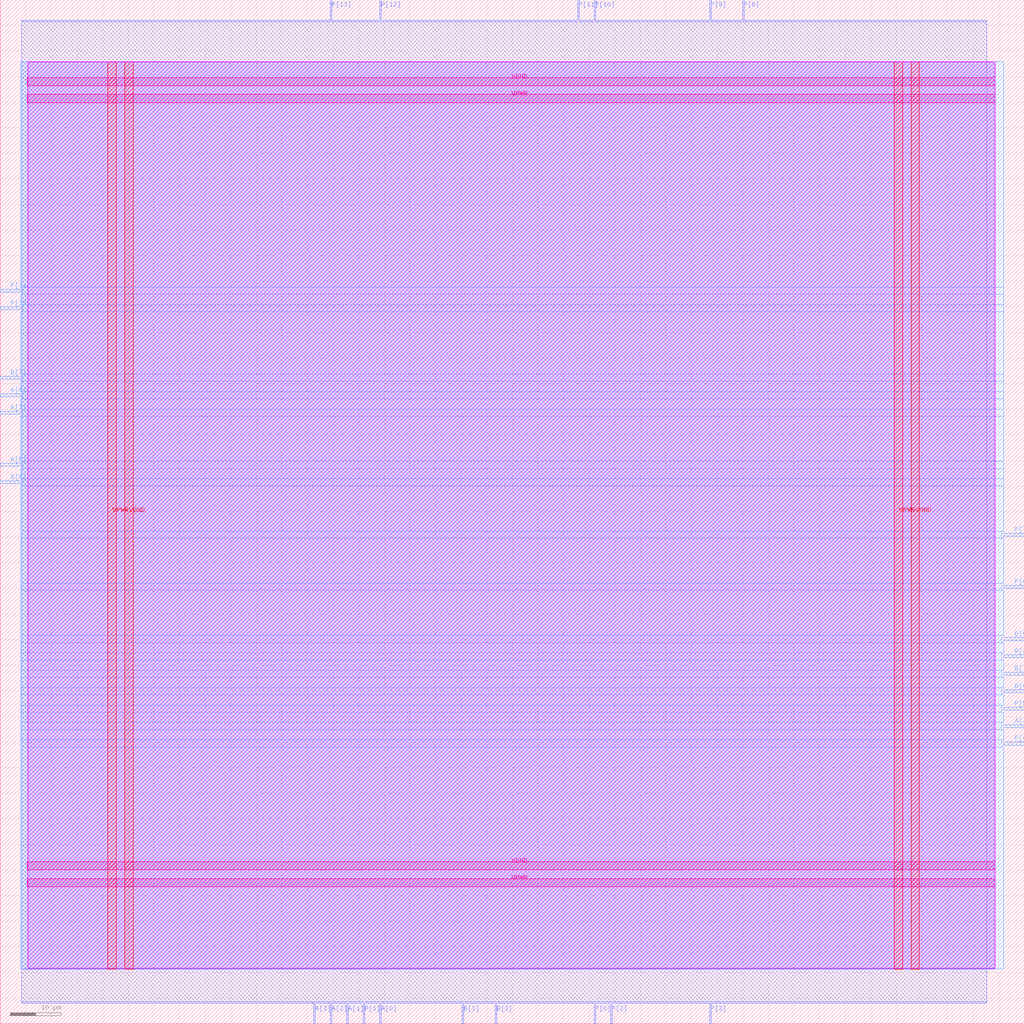
<source format=lef>
VERSION 5.7 ;
  NOWIREEXTENSIONATPIN ON ;
  DIVIDERCHAR "/" ;
  BUSBITCHARS "[]" ;
MACRO mult8_2bits_1op_e17306
  CLASS BLOCK ;
  FOREIGN mult8_2bits_1op_e17306 ;
  ORIGIN 0.000 0.000 ;
  SIZE 200.000 BY 200.000 ;
  PIN A[0]
    DIRECTION INPUT ;
    USE SIGNAL ;
    ANTENNAGATEAREA 0.247500 ;
    PORT
      LAYER met2 ;
        RECT 74.150 0.000 74.430 4.000 ;
    END
  END A[0]
  PIN A[1]
    DIRECTION INPUT ;
    USE SIGNAL ;
    ANTENNAGATEAREA 0.159000 ;
    PORT
      LAYER met2 ;
        RECT 67.710 0.000 67.990 4.000 ;
    END
  END A[1]
  PIN A[2]
    DIRECTION INPUT ;
    USE SIGNAL ;
    ANTENNAGATEAREA 0.196500 ;
    PORT
      LAYER met2 ;
        RECT 64.490 0.000 64.770 4.000 ;
    END
  END A[2]
  PIN A[3]
    DIRECTION INPUT ;
    USE SIGNAL ;
    ANTENNAGATEAREA 0.159000 ;
    PORT
      LAYER met2 ;
        RECT 61.270 0.000 61.550 4.000 ;
    END
  END A[3]
  PIN A[4]
    DIRECTION INPUT ;
    USE SIGNAL ;
    ANTENNAGATEAREA 0.196500 ;
    PORT
      LAYER met3 ;
        RECT 196.000 57.840 200.000 58.440 ;
    END
  END A[4]
  PIN A[5]
    DIRECTION INPUT ;
    USE SIGNAL ;
    ANTENNAGATEAREA 0.213000 ;
    PORT
      LAYER met3 ;
        RECT 0.000 108.840 4.000 109.440 ;
    END
  END A[5]
  PIN A[6]
    DIRECTION INPUT ;
    USE SIGNAL ;
    ANTENNAGATEAREA 0.196500 ;
    PORT
      LAYER met3 ;
        RECT 0.000 122.440 4.000 123.040 ;
    END
  END A[6]
  PIN A[7]
    DIRECTION INPUT ;
    USE SIGNAL ;
    ANTENNAGATEAREA 0.159000 ;
    PORT
      LAYER met3 ;
        RECT 0.000 119.040 4.000 119.640 ;
    END
  END A[7]
  PIN B[0]
    DIRECTION INPUT ;
    USE SIGNAL ;
    ANTENNAGATEAREA 0.213000 ;
    PORT
      LAYER met3 ;
        RECT 196.000 64.640 200.000 65.240 ;
    END
  END B[0]
  PIN B[1]
    DIRECTION INPUT ;
    USE SIGNAL ;
    ANTENNAGATEAREA 0.247500 ;
    PORT
      LAYER met3 ;
        RECT 196.000 68.040 200.000 68.640 ;
    END
  END B[1]
  PIN B[2]
    DIRECTION INPUT ;
    USE SIGNAL ;
    ANTENNAGATEAREA 0.247500 ;
    PORT
      LAYER met2 ;
        RECT 96.690 0.000 96.970 4.000 ;
    END
  END B[2]
  PIN B[3]
    DIRECTION INPUT ;
    USE SIGNAL ;
    ANTENNAGATEAREA 0.196500 ;
    PORT
      LAYER met2 ;
        RECT 90.250 0.000 90.530 4.000 ;
    END
  END B[3]
  PIN B[4]
    DIRECTION INPUT ;
    USE SIGNAL ;
    ANTENNAGATEAREA 0.213000 ;
    PORT
      LAYER met3 ;
        RECT 196.000 71.440 200.000 72.040 ;
    END
  END B[4]
  PIN B[5]
    DIRECTION INPUT ;
    USE SIGNAL ;
    ANTENNAGATEAREA 0.495000 ;
    PORT
      LAYER met3 ;
        RECT 196.000 74.840 200.000 75.440 ;
    END
  END B[5]
  PIN B[6]
    DIRECTION INPUT ;
    USE SIGNAL ;
    ANTENNAGATEAREA 0.196500 ;
    PORT
      LAYER met3 ;
        RECT 0.000 105.440 4.000 106.040 ;
    END
  END B[6]
  PIN B[7]
    DIRECTION INPUT ;
    USE SIGNAL ;
    ANTENNAGATEAREA 0.196500 ;
    PORT
      LAYER met3 ;
        RECT 0.000 125.840 4.000 126.440 ;
    END
  END B[7]
  PIN P[0]
    DIRECTION OUTPUT ;
    USE SIGNAL ;
    PORT
      LAYER met2 ;
        RECT 116.010 0.000 116.290 4.000 ;
    END
  END P[0]
  PIN P[10]
    DIRECTION OUTPUT ;
    USE SIGNAL ;
    ANTENNADIFFAREA 0.891000 ;
    PORT
      LAYER met2 ;
        RECT 116.010 196.000 116.290 200.000 ;
    END
  END P[10]
  PIN P[11]
    DIRECTION OUTPUT ;
    USE SIGNAL ;
    ANTENNADIFFAREA 1.336500 ;
    PORT
      LAYER met2 ;
        RECT 112.790 196.000 113.070 200.000 ;
    END
  END P[11]
  PIN P[12]
    DIRECTION OUTPUT ;
    USE SIGNAL ;
    ANTENNADIFFAREA 1.336500 ;
    PORT
      LAYER met2 ;
        RECT 74.150 196.000 74.430 200.000 ;
    END
  END P[12]
  PIN P[13]
    DIRECTION OUTPUT ;
    USE SIGNAL ;
    ANTENNADIFFAREA 1.336500 ;
    PORT
      LAYER met2 ;
        RECT 64.490 196.000 64.770 200.000 ;
    END
  END P[13]
  PIN P[14]
    DIRECTION OUTPUT ;
    USE SIGNAL ;
    ANTENNADIFFAREA 1.336500 ;
    PORT
      LAYER met3 ;
        RECT 0.000 142.840 4.000 143.440 ;
    END
  END P[14]
  PIN P[15]
    DIRECTION OUTPUT ;
    USE SIGNAL ;
    ANTENNADIFFAREA 1.336500 ;
    PORT
      LAYER met3 ;
        RECT 0.000 139.440 4.000 140.040 ;
    END
  END P[15]
  PIN P[1]
    DIRECTION OUTPUT ;
    USE SIGNAL ;
    ANTENNADIFFAREA 0.445500 ;
    PORT
      LAYER met2 ;
        RECT 70.930 0.000 71.210 4.000 ;
    END
  END P[1]
  PIN P[2]
    DIRECTION OUTPUT ;
    USE SIGNAL ;
    ANTENNADIFFAREA 0.445500 ;
    PORT
      LAYER met2 ;
        RECT 119.230 0.000 119.510 4.000 ;
    END
  END P[2]
  PIN P[3]
    DIRECTION OUTPUT ;
    USE SIGNAL ;
    ANTENNADIFFAREA 0.445500 ;
    PORT
      LAYER met2 ;
        RECT 138.550 0.000 138.830 4.000 ;
    END
  END P[3]
  PIN P[4]
    DIRECTION OUTPUT ;
    USE SIGNAL ;
    ANTENNADIFFAREA 0.445500 ;
    PORT
      LAYER met3 ;
        RECT 196.000 54.440 200.000 55.040 ;
    END
  END P[4]
  PIN P[5]
    DIRECTION OUTPUT ;
    USE SIGNAL ;
    ANTENNADIFFAREA 0.445500 ;
    PORT
      LAYER met3 ;
        RECT 196.000 61.240 200.000 61.840 ;
    END
  END P[5]
  PIN P[6]
    DIRECTION OUTPUT ;
    USE SIGNAL ;
    ANTENNADIFFAREA 1.782000 ;
    PORT
      LAYER met3 ;
        RECT 196.000 85.040 200.000 85.640 ;
    END
  END P[6]
  PIN P[7]
    DIRECTION OUTPUT ;
    USE SIGNAL ;
    ANTENNADIFFAREA 1.336500 ;
    PORT
      LAYER met3 ;
        RECT 196.000 95.240 200.000 95.840 ;
    END
  END P[7]
  PIN P[8]
    DIRECTION OUTPUT ;
    USE SIGNAL ;
    ANTENNADIFFAREA 1.336500 ;
    PORT
      LAYER met2 ;
        RECT 144.990 196.000 145.270 200.000 ;
    END
  END P[8]
  PIN P[9]
    DIRECTION OUTPUT ;
    USE SIGNAL ;
    ANTENNADIFFAREA 0.891000 ;
    PORT
      LAYER met2 ;
        RECT 138.550 196.000 138.830 200.000 ;
    END
  END P[9]
  PIN VGND
    DIRECTION INOUT ;
    USE GROUND ;
    PORT
      LAYER met4 ;
        RECT 24.340 10.640 25.940 187.920 ;
    END
    PORT
      LAYER met4 ;
        RECT 177.940 10.640 179.540 187.920 ;
    END
    PORT
      LAYER met5 ;
        RECT 5.280 30.030 194.360 31.630 ;
    END
    PORT
      LAYER met5 ;
        RECT 5.280 183.210 194.360 184.810 ;
    END
  END VGND
  PIN VPWR
    DIRECTION INOUT ;
    USE POWER ;
    PORT
      LAYER met4 ;
        RECT 21.040 10.640 22.640 187.920 ;
    END
    PORT
      LAYER met4 ;
        RECT 174.640 10.640 176.240 187.920 ;
    END
    PORT
      LAYER met5 ;
        RECT 5.280 26.730 194.360 28.330 ;
    END
    PORT
      LAYER met5 ;
        RECT 5.280 179.910 194.360 181.510 ;
    END
  END VPWR
  OBS
      LAYER nwell ;
        RECT 5.330 10.795 194.310 187.870 ;
      LAYER li1 ;
        RECT 5.520 10.795 194.120 187.765 ;
      LAYER met1 ;
        RECT 4.210 10.640 194.120 187.920 ;
      LAYER met2 ;
        RECT 4.230 195.720 64.210 196.000 ;
        RECT 65.050 195.720 73.870 196.000 ;
        RECT 74.710 195.720 112.510 196.000 ;
        RECT 113.350 195.720 115.730 196.000 ;
        RECT 116.570 195.720 138.270 196.000 ;
        RECT 139.110 195.720 144.710 196.000 ;
        RECT 145.550 195.720 192.650 196.000 ;
        RECT 4.230 4.280 192.650 195.720 ;
        RECT 4.230 4.000 60.990 4.280 ;
        RECT 61.830 4.000 64.210 4.280 ;
        RECT 65.050 4.000 67.430 4.280 ;
        RECT 68.270 4.000 70.650 4.280 ;
        RECT 71.490 4.000 73.870 4.280 ;
        RECT 74.710 4.000 89.970 4.280 ;
        RECT 90.810 4.000 96.410 4.280 ;
        RECT 97.250 4.000 115.730 4.280 ;
        RECT 116.570 4.000 118.950 4.280 ;
        RECT 119.790 4.000 138.270 4.280 ;
        RECT 139.110 4.000 192.650 4.280 ;
      LAYER met3 ;
        RECT 3.990 143.840 196.000 187.845 ;
        RECT 4.400 142.440 196.000 143.840 ;
        RECT 3.990 140.440 196.000 142.440 ;
        RECT 4.400 139.040 196.000 140.440 ;
        RECT 3.990 126.840 196.000 139.040 ;
        RECT 4.400 125.440 196.000 126.840 ;
        RECT 3.990 123.440 196.000 125.440 ;
        RECT 4.400 122.040 196.000 123.440 ;
        RECT 3.990 120.040 196.000 122.040 ;
        RECT 4.400 118.640 196.000 120.040 ;
        RECT 3.990 109.840 196.000 118.640 ;
        RECT 4.400 108.440 196.000 109.840 ;
        RECT 3.990 106.440 196.000 108.440 ;
        RECT 4.400 105.040 196.000 106.440 ;
        RECT 3.990 96.240 196.000 105.040 ;
        RECT 3.990 94.840 195.600 96.240 ;
        RECT 3.990 86.040 196.000 94.840 ;
        RECT 3.990 84.640 195.600 86.040 ;
        RECT 3.990 75.840 196.000 84.640 ;
        RECT 3.990 74.440 195.600 75.840 ;
        RECT 3.990 72.440 196.000 74.440 ;
        RECT 3.990 71.040 195.600 72.440 ;
        RECT 3.990 69.040 196.000 71.040 ;
        RECT 3.990 67.640 195.600 69.040 ;
        RECT 3.990 65.640 196.000 67.640 ;
        RECT 3.990 64.240 195.600 65.640 ;
        RECT 3.990 62.240 196.000 64.240 ;
        RECT 3.990 60.840 195.600 62.240 ;
        RECT 3.990 58.840 196.000 60.840 ;
        RECT 3.990 57.440 195.600 58.840 ;
        RECT 3.990 55.440 196.000 57.440 ;
        RECT 3.990 54.040 195.600 55.440 ;
        RECT 3.990 10.715 196.000 54.040 ;
  END
END mult8_2bits_1op_e17306
END LIBRARY


</source>
